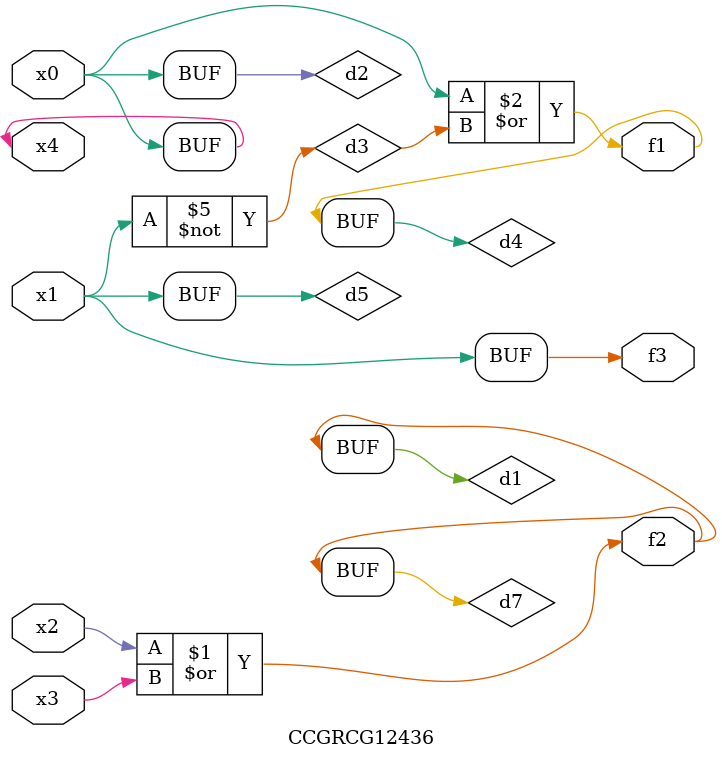
<source format=v>
module CCGRCG12436(
	input x0, x1, x2, x3, x4,
	output f1, f2, f3
);

	wire d1, d2, d3, d4, d5, d6, d7;

	or (d1, x2, x3);
	buf (d2, x0, x4);
	not (d3, x1);
	or (d4, d2, d3);
	not (d5, d3);
	nand (d6, d1, d3);
	or (d7, d1);
	assign f1 = d4;
	assign f2 = d7;
	assign f3 = d5;
endmodule

</source>
